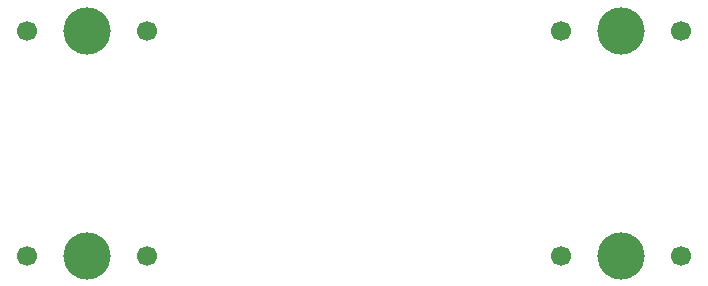
<source format=gbr>
%TF.GenerationSoftware,KiCad,Pcbnew,9.0.2*%
%TF.CreationDate,2025-05-18T21:40:46-07:00*%
%TF.ProjectId,proj,70726f6a-2e6b-4696-9361-645f70636258,rev?*%
%TF.SameCoordinates,Original*%
%TF.FileFunction,NonPlated,1,2,NPTH,Drill*%
%TF.FilePolarity,Positive*%
%FSLAX46Y46*%
G04 Gerber Fmt 4.6, Leading zero omitted, Abs format (unit mm)*
G04 Created by KiCad (PCBNEW 9.0.2) date 2025-05-18 21:40:46*
%MOMM*%
%LPD*%
G01*
G04 APERTURE LIST*
%TA.AperFunction,ComponentDrill*%
%ADD10C,1.700000*%
%TD*%
%TA.AperFunction,ComponentDrill*%
%ADD11C,4.000000*%
%TD*%
G04 APERTURE END LIST*
D10*
%TO.C,SW1*%
X156845000Y-80962500D03*
%TO.C,SW2*%
X156845000Y-100012500D03*
%TO.C,SW1*%
X167005000Y-80962500D03*
%TO.C,SW2*%
X167005000Y-100012500D03*
%TO.C,SW4*%
X202088750Y-80962500D03*
%TO.C,SW3*%
X202088750Y-100012500D03*
%TO.C,SW4*%
X212248750Y-80962500D03*
%TO.C,SW3*%
X212248750Y-100012500D03*
D11*
%TO.C,SW1*%
X161925000Y-80962500D03*
%TO.C,SW2*%
X161925000Y-100012500D03*
%TO.C,SW4*%
X207168750Y-80962500D03*
%TO.C,SW3*%
X207168750Y-100012500D03*
M02*

</source>
